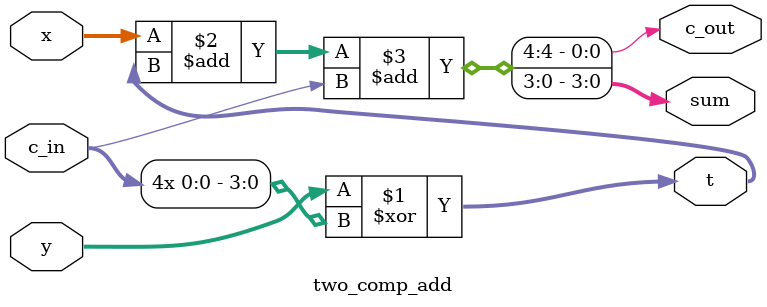
<source format=v>
/*Implement a 4-bit two’s complement adder using the expression:
assign t = y ^ {4{c_in}}; assign {c_out, sum} = x + t + c_in;*/
module two_comp_add(x,y,t,c_in,sum,c_out);
input [3:0]x;
input [3:0]y;
input c_in;
output [3:0]t;
output [3:0] sum;
output c_out;
assign t = y ^ {4{c_in}}; 
assign {c_out, sum} = x + t + c_in;
endmodule

</source>
